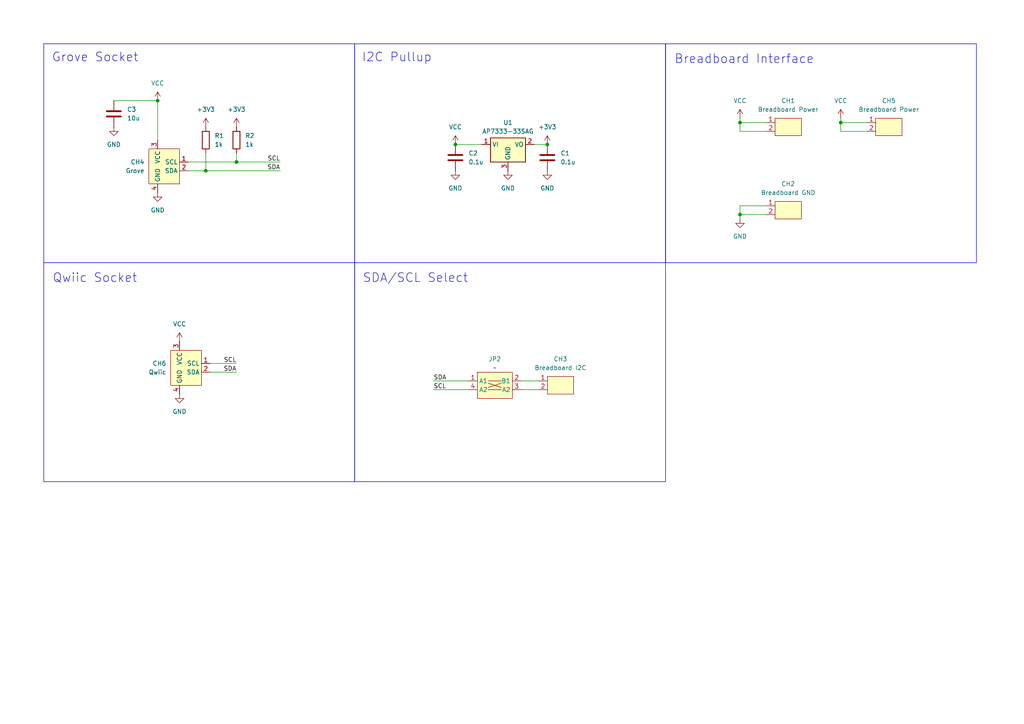
<source format=kicad_sch>
(kicad_sch (version 20231120) (generator "eeschema") (generator_version "8.0")
  (paper "A4")
  (title_block (title "Grove Qwiic Breadboard Bridge") (rev "v1.0.1") (company "Atsushi Morimoto (@74th)"))
  (lib_symbols
    (symbol "74th_Interface:I2C_Grove_Host-Side"
      (property "Reference" "CH" (at -6.35 0 0))
      (property "Value" "Grove" (at -6.35 -2.54 0))
      (symbol "I2C_Grove_Host-Side_0_1"
        (rectangle (start -5.08 3.81) (end 3.81 -6.35) (stroke (width 0.1524)) (fill (type background)))
      )
      (symbol "I2C_Grove_Host-Side_1_1"
        (pin input line (at 6.35 0 180) (length 2.54) (name "SCL") (number "1"))
        (pin bidirectional line (at 6.35 -2.54 180) (length 2.54) (name "SDA") (number "2"))
        (pin power_in line (at -2.54 6.35 270) (length 2.54) (name "VCC") (number "3"))
        (pin power_in line (at -2.54 -8.89 90) (length 2.54) (name "GND") (number "4"))
      )
    )
    (symbol "74th_Interface:Pin_2"
      (property "Reference" "CH" (at 0 2.54 0))
      (property "Value" "Pin_2" (at 0 5.08 0))
      (symbol "Pin_2_0_1"
        (rectangle (start -3.81 1.27) (end 3.81 -3.81) (stroke (width 0.1524)) (fill (type background)))
      )
      (symbol "Pin_2_1_1"
        (pin bidirectional line (at 6.35 0 180) (length 2.54) (name "") (number "1"))
        (pin bidirectional line (at 6.35 -2.54 180) (length 2.54) (name "") (number "2"))
      )
    )
    (symbol "74th_Interface:Pin_4-PokaYoke"
      (property "Reference" "JP" (at 0 5.715 0))
      (symbol "Pin_4-PokaYoke_0_1"
        (polyline (pts (xy -1.905 -1.27) (xy 1.905 -1.27)))
        (polyline (pts (xy -1.905 -0.635) (xy 1.905 0.635)))
        (polyline (pts (xy -1.905 0.635) (xy 1.905 -0.635)))
        (polyline (pts (xy -1.905 1.27) (xy 1.905 1.27)))
      )
      (symbol "Pin_4-PokaYoke_1_1"
        (rectangle (start -5.08 3.81) (end 5.08 -3.81) (fill (type background)))
        (pin bidirectional line (at -7.62 1.27 0) (length 2.54) (name "A1") (number "1"))
        (pin bidirectional line (at 7.62 1.27 180) (length 2.54) (name "B1") (number "2"))
        (pin bidirectional line (at 7.62 -1.27 180) (length 2.54) (name "A2") (number "3"))
        (pin bidirectional line (at -7.62 -1.27 0) (length 2.54) (name "A2") (number "4"))
      )
    )
    (symbol "74th_Interface:Qwiic_Host-Side"
      (property "Reference" "CH" (at -6.35 0 0))
      (property "Value" "Qwiic" (at -6.35 -2.54 0))
      (symbol "Qwiic_Host-Side_0_1"
        (rectangle (start -5.08 3.81) (end 3.81 -6.35) (stroke (width 0.1524)) (fill (type background)))
      )
      (symbol "Qwiic_Host-Side_1_1"
        (pin input line (at 6.35 0 180) (length 2.54) (name "SCL") (number "1"))
        (pin bidirectional line (at 6.35 -2.54 180) (length 2.54) (name "SDA") (number "2"))
        (pin power_in line (at -2.54 6.35 270) (length 2.54) (name "VCC") (number "3"))
        (pin power_in line (at -2.54 -8.89 90) (length 2.54) (name "GND") (number "4"))
      )
    )
    (symbol "74th_Passive:AP7333-LDO_Regulator_SOT23"
      (property "Reference" "U" (at 0 6.35 0))
      (property "Value" "AP7333-33SAG" (at 0 3.81 0))
      (symbol "AP7333-LDO_Regulator_SOT23_0_1"
        (rectangle (start -5.08 1.905) (end 5.08 -5.08) (stroke (width 0.254)) (fill (type background)))
      )
      (symbol "AP7333-LDO_Regulator_SOT23_1_1"
        (pin power_in line (at -7.62 0 0) (length 2.54) (name "VI") (number "1"))
        (pin power_out line (at 7.62 0 180) (length 2.54) (name "VO") (number "2"))
        (pin power_in line (at 0 -7.62 90) (length 2.54) (name "GND") (number "3"))
      )
    )
    (symbol "Device:C" (pin_numbers hide) (pin_names (offset 0.254))
      (property "Reference" "C" (at 0.635 2.54 0))
      (property "Value" "C" (at 0.635 -2.54 0))
      (symbol "C_0_1"
        (polyline (pts (xy -2.032 -0.762) (xy 2.032 -0.762)) (stroke (width 0.508)))
        (polyline (pts (xy -2.032 0.762) (xy 2.032 0.762)) (stroke (width 0.508)))
      )
      (symbol "C_1_1"
        (pin passive line (at 0 3.81 270) (length 2.794) (name "~") (number "1"))
        (pin passive line (at 0 -3.81 90) (length 2.794) (name "~") (number "2"))
      )
    )
    (symbol "Device:R" (pin_numbers hide) (pin_names (offset 0))
      (property "Reference" "R" (at 2.032 0 90))
      (property "Value" "R" (at 0 0 90))
      (symbol "R_0_1"
        (rectangle (start -1.016 -2.54) (end 1.016 2.54) (stroke (width 0.254)))
      )
      (symbol "R_1_1"
        (pin passive line (at 0 3.81 270) (length 1.27) (name "~") (number "1"))
        (pin passive line (at 0 -3.81 90) (length 1.27) (name "~") (number "2"))
      )
    )
    (symbol "Pin_2_1"
      (property "Reference" "CH1" (at 0 6.35 0))
      (property "Value" "Breadboard Power" (at 0 3.81 0))
      (symbol "Pin_2_1_0_1"
        (rectangle (start -3.81 1.27) (end 3.81 -3.81) (stroke (width 0.1524)) (fill (type background)))
      )
      (symbol "Pin_2_1_1_1"
        (pin power_out line (at 6.35 0 180) (length 2.54) (name "") (number "1"))
        (pin passive line (at 6.35 -2.54 180) (length 2.54) (name "") (number "2"))
      )
    )
    (symbol "Pin_2_2"
      (property "Reference" "CH5" (at 0 6.35 0))
      (property "Value" "Breadboard Power" (at 0 3.81 0))
      (symbol "Pin_2_2_0_1"
        (rectangle (start -3.81 1.27) (end 3.81 -3.81) (stroke (width 0.1524)) (fill (type background)))
      )
      (symbol "Pin_2_2_1_1"
        (pin passive line (at 6.35 0 180) (length 2.54) (name "") (number "1"))
        (pin passive line (at 6.35 -2.54 180) (length 2.54) (name "") (number "2"))
      )
    )
    (symbol "Pin_2_3"
      (property "Reference" "CH2" (at 0 6.35 0))
      (property "Value" "Breadboard GND" (at 0 3.81 0))
      (symbol "Pin_2_3_0_1"
        (rectangle (start -3.81 1.27) (end 3.81 -3.81) (stroke (width 0.1524)) (fill (type background)))
      )
      (symbol "Pin_2_3_1_1"
        (pin power_out line (at 6.35 0 180) (length 2.54) (name "") (number "1"))
        (pin passive line (at 6.35 -2.54 180) (length 2.54) (name "") (number "2"))
      )
    )
    (symbol "power:+3V3" (power) (pin_numbers hide) (pin_names (offset 0) hide)
      (property "Value" "+3V3" (at 0 3.556 0))
      (symbol "+3V3_0_1"
        (polyline (pts (xy -0.762 1.27) (xy 0 2.54)))
        (polyline (pts (xy 0 0) (xy 0 2.54)))
        (polyline (pts (xy 0 2.54) (xy 0.762 1.27)))
      )
      (symbol "+3V3_1_1"
        (pin power_in line (at 0 0 90) (length 0) (name "~") (number "1"))
      )
    )
    (symbol "power:GND" (power) (pin_numbers hide) (pin_names (offset 0) hide)
      (property "Value" "GND" (at 0 -3.81 0))
      (symbol "GND_0_1"
        (polyline (pts (xy 0 0) (xy 0 -1.27) (xy 1.27 -1.27) (xy 0 -2.54) (xy -1.27 -1.27) (xy 0 -1.27)))
      )
      (symbol "GND_1_1"
        (pin power_in line (at 0 0 270) (length 0) (name "~") (number "1"))
      )
    )
    (symbol "power:VCC" (power) (pin_numbers hide) (pin_names (offset 0) hide)
      (property "Value" "VCC" (at 0 3.556 0))
      (symbol "VCC_0_1"
        (polyline (pts (xy -0.762 1.27) (xy 0 2.54)))
        (polyline (pts (xy 0 0) (xy 0 2.54)))
        (polyline (pts (xy 0 2.54) (xy 0.762 1.27)))
      )
      (symbol "VCC_1_1"
        (pin power_in line (at 0 0 90) (length 0) (name "~") (number "1"))
      )
    )
  )
  (junction (at 68.58 46.99))
  (junction (at 45.72 29.21))
  (junction (at 132.08 41.91))
  (junction (at 59.69 49.53))
  (junction (at 214.63 35.56))
  (junction (at 158.75 41.91))
  (junction (at 214.63 62.23))
  (junction (at 243.84 35.56))
  (wire (pts (xy 54.61 46.99) (xy 68.58 46.99)))
  (wire (pts (xy 154.94 41.91) (xy 158.75 41.91)))
  (wire (pts (xy 125.73 110.49) (xy 135.89 110.49)))
  (wire (pts (xy 59.69 49.53) (xy 81.28 49.53)))
  (wire (pts (xy 243.84 38.1) (xy 243.84 35.56)))
  (wire (pts (xy 60.96 105.41) (xy 68.58 105.41)))
  (wire (pts (xy 60.96 107.95) (xy 68.58 107.95)))
  (wire (pts (xy 251.46 35.56) (xy 243.84 35.56)))
  (wire (pts (xy 214.63 62.23) (xy 214.63 63.5)))
  (wire (pts (xy 243.84 35.56) (xy 243.84 34.29)))
  (wire (pts (xy 222.25 38.1) (xy 214.63 38.1)))
  (wire (pts (xy 214.63 38.1) (xy 214.63 35.56)))
  (wire (pts (xy 59.69 44.45) (xy 59.69 49.53)))
  (wire (pts (xy 132.08 41.91) (xy 139.7 41.91)))
  (wire (pts (xy 222.25 59.69) (xy 214.63 59.69)))
  (wire (pts (xy 251.46 38.1) (xy 243.84 38.1)))
  (wire (pts (xy 45.72 29.21) (xy 45.72 40.64)))
  (wire (pts (xy 214.63 35.56) (xy 214.63 34.29)))
  (wire (pts (xy 68.58 46.99) (xy 81.28 46.99)))
  (wire (pts (xy 222.25 35.56) (xy 214.63 35.56)))
  (wire (pts (xy 68.58 44.45) (xy 68.58 46.99)))
  (wire (pts (xy 222.25 62.23) (xy 214.63 62.23)))
  (wire (pts (xy 54.61 49.53) (xy 59.69 49.53)))
  (wire (pts (xy 151.13 113.03) (xy 156.21 113.03)))
  (wire (pts (xy 125.73 113.03) (xy 135.89 113.03)))
  (wire (pts (xy 45.72 29.21) (xy 33.02 29.21)))
  (wire (pts (xy 214.63 59.69) (xy 214.63 62.23)))
  (wire (pts (xy 151.13 110.49) (xy 156.21 110.49)))
  (rectangle (start 102.87 76.2) (end 193.04 139.7))
  (rectangle (start 102.87 12.7) (end 193.04 76.2))
  (rectangle (start 193.04 12.7) (end 283.21 76.2))
  (rectangle (start 12.7 76.2) (end 102.87 139.7))
  (rectangle (start 12.7 12.7) (end 102.87 76.2))
  (text "SDA/SCL Select" (at 105.156 79.248 0) (effects (font (size 2.54 2.54)) (justify left top)))
  (text "I2C Pullup" (at 104.902 15.24 0) (effects (font (size 2.54 2.54)) (justify left top)))
  (text "Grove Socket" (at 14.986 15.24 0) (effects (font (size 2.54 2.54)) (justify left top)))
  (text "Breadboard Interface" (at 195.58 15.748 0) (effects (font (size 2.54 2.54)) (justify left top)))
  (text "Qwiic Socket" (at 15.24 79.248 0) (effects (font (size 2.54 2.54)) (justify left top)))
  (label "SDA" (at 125.73 110.49 0))
  (label "SDA" (at 81.28 49.53 180))
  (label "SDA" (at 68.58 107.95 180))
  (label "SCL" (at 125.73 113.03 0))
  (label "SCL" (at 68.58 105.41 180))
  (label "SCL" (at 81.28 46.99 180))
  (symbol (lib_id "74th_Interface:Pin_2") (at 162.56 110.49 0) (mirror y) (unit 1)
    (property "Reference" "CH3" (at 162.56 104.14 0))
    (property "Value" "Breadboard I2C" (at 162.56 106.68 0))
    (property "Footprint" "74th:PinOut_Pin_2" (effects (hide yes)))
  )
  (symbol (lib_id "power:GND") (at 45.72 55.88 0) (unit 1)
    (property "Reference" "#PWR07" (effects (hide yes)))
    (property "Value" "GND" (at 45.72 60.96 0))
    (property "Description" "Power symbol creates a global label with name \"GND\" , ground" (effects (hide yes)))
  )
  (symbol (lib_id "power:GND") (at 214.63 63.5 0) (unit 1)
    (property "Reference" "#PWR08" (effects (hide yes)))
    (property "Value" "GND" (at 214.63 68.58 0))
    (property "Description" "Power symbol creates a global label with name \"GND\" , ground" (effects (hide yes)))
  )
  (symbol (lib_id "power:VCC") (at 214.63 34.29 0) (unit 1)
    (property "Reference" "#PWR09" (effects (hide yes)))
    (property "Value" "VCC" (at 214.63 29.21 0))
    (property "Description" "Power symbol creates a global label with name \"VCC\"" (effects (hide yes)))
  )
  (symbol (lib_id "power:GND") (at 158.75 49.53 0) (unit 1)
    (property "Reference" "#PWR04" (effects (hide yes)))
    (property "Value" "GND" (at 158.75 54.61 0))
    (property "Description" "Power symbol creates a global label with name \"GND\" , ground" (effects (hide yes)))
  )
  (symbol (lib_id "Device:C") (at 33.02 33.02 0) (unit 1)
    (property "Reference" "C3" (at 36.83 31.7499 0) (effects (justify left)))
    (property "Value" "10u" (at 36.83 34.2899 0) (effects (justify left)))
    (property "Footprint" "74th:Capacitor_0603_1608" (effects (hide yes)))
    (property "Description" "Unpolarized capacitor" (effects (hide yes)))
  )
  (symbol (lib_id "Device:R") (at 59.69 40.64 0) (unit 1)
    (property "Reference" "R1" (at 62.23 39.3699 0) (effects (justify left)))
    (property "Value" "1k" (at 62.23 41.9099 0) (effects (justify left)))
    (property "Footprint" "74th:Register_0603_1608" (effects (hide yes)))
    (property "Description" "Resistor" (effects (hide yes)))
  )
  (symbol (lib_name "Pin_2_3") (lib_id "74th_Interface:Pin_2") (at 228.6 59.69 0) (mirror y) (unit 1)
    (property "Reference" "CH2" (at 228.6 53.34 0))
    (property "Value" "Breadboard GND" (at 228.6 55.88 0))
    (property "Footprint" "74th:PinOut_Pin_2" (effects (hide yes)))
  )
  (symbol (lib_id "power:VCC") (at 52.07 99.06 0) (unit 1)
    (property "Reference" "#PWR014" (effects (hide yes)))
    (property "Value" "VCC" (at 52.07 93.98 0))
    (property "Description" "Power symbol creates a global label with name \"VCC\"" (effects (hide yes)))
  )
  (symbol (lib_id "power:VCC") (at 132.08 41.91 0) (unit 1)
    (property "Reference" "#PWR010" (effects (hide yes)))
    (property "Value" "VCC" (at 132.08 36.83 0))
    (property "Description" "Power symbol creates a global label with name \"VCC\"" (effects (hide yes)))
  )
  (symbol (lib_id "Device:C") (at 132.08 45.72 0) (unit 1)
    (property "Reference" "C2" (at 135.89 44.4499 0) (effects (justify left)))
    (property "Value" "0.1u" (at 135.89 46.9899 0) (effects (justify left)))
    (property "Footprint" "74th:Capacitor_0603_1608" (effects (hide yes)))
    (property "Description" "Unpolarized capacitor" (effects (hide yes)))
  )
  (symbol (lib_id "Device:R") (at 68.58 40.64 0) (unit 1)
    (property "Reference" "R2" (at 71.12 39.3699 0) (effects (justify left)))
    (property "Value" "1k" (at 71.12 41.9099 0) (effects (justify left)))
    (property "Footprint" "74th:Register_0603_1608" (effects (hide yes)))
    (property "Description" "Resistor" (effects (hide yes)))
  )
  (symbol (lib_id "power:+3V3") (at 59.69 36.83 0) (unit 1)
    (property "Reference" "#PWR03" (effects (hide yes)))
    (property "Value" "+3V3" (at 59.69 31.75 0))
    (property "Description" "Power symbol creates a global label with name \"+3V3\"" (effects (hide yes)))
  )
  (symbol (lib_name "Pin_2_2") (lib_id "74th_Interface:Pin_2") (at 257.81 35.56 0) (mirror y) (unit 1)
    (property "Reference" "CH5" (at 257.81 29.21 0))
    (property "Value" "Breadboard Power" (at 257.81 31.75 0))
    (property "Footprint" "74th:PinOut_Pin_2" (effects (hide yes)))
  )
  (symbol (lib_id "power:GND") (at 52.07 114.3 0) (unit 1)
    (property "Reference" "#PWR015" (effects (hide yes)))
    (property "Value" "GND" (at 52.07 119.38 0))
    (property "Description" "Power symbol creates a global label with name \"GND\" , ground" (effects (hide yes)))
  )
  (symbol (lib_id "power:+3V3") (at 68.58 36.83 0) (unit 1)
    (property "Reference" "#PWR012" (effects (hide yes)))
    (property "Value" "+3V3" (at 68.58 31.75 0))
    (property "Description" "Power symbol creates a global label with name \"+3V3\"" (effects (hide yes)))
  )
  (symbol (lib_name "Pin_2_1") (lib_id "74th_Interface:Pin_2") (at 228.6 35.56 0) (mirror y) (unit 1)
    (property "Reference" "CH1" (at 228.6 29.21 0))
    (property "Value" "Breadboard Power" (at 228.6 31.75 0))
    (property "Footprint" "74th:PinOut_Pin_2" (effects (hide yes)))
  )
  (symbol (lib_id "74th_Passive:AP7333-LDO_Regulator_SOT23") (at 147.32 41.91 0) (unit 1)
    (property "Reference" "U1" (at 147.32 35.56 0))
    (property "Value" "AP7333-33SAG" (at 147.32 38.1 0))
    (property "Footprint" "74th:Package_SOT-23" (effects (hide yes)))
    (property "Datasheet" "https://www.diodes.com/assets/Datasheets/AP7333.pdf" (effects (hide yes)))
  )
  (symbol (lib_id "74th_Interface:I2C_Grove_Host-Side") (at 48.26 46.99 0) (unit 1)
    (property "Reference" "CH4" (at 41.91 46.9899 0) (effects (justify right)))
    (property "Value" "Grove" (at 41.91 49.5299 0) (effects (justify right)))
    (property "Footprint" "74th:Connector_HY-2.0_SMD_4Pin" (effects (hide yes)))
  )
  (symbol (lib_id "power:VCC") (at 243.84 34.29 0) (unit 1)
    (property "Reference" "#PWR013" (effects (hide yes)))
    (property "Value" "VCC" (at 243.84 29.21 0))
    (property "Description" "Power symbol creates a global label with name \"VCC\"" (effects (hide yes)))
  )
  (symbol (lib_id "74th_Interface:Pin_4-PokaYoke") (at 143.51 111.76 0) (unit 1)
    (property "Reference" "JP2" (at 143.51 104.14 0))
    (property "Value" "~" (at 143.51 106.68 0))
    (property "Footprint" "74th:PinOut_PokaYoke" (effects (hide yes)))
  )
  (symbol (lib_id "power:VCC") (at 45.72 29.21 0) (unit 1)
    (property "Reference" "#PWR01" (effects (hide yes)))
    (property "Value" "VCC" (at 45.72 24.13 0))
    (property "Description" "Power symbol creates a global label with name \"VCC\"" (effects (hide yes)))
  )
  (symbol (lib_id "74th_Interface:Qwiic_Host-Side") (at 54.61 105.41 0) (unit 1)
    (property "Reference" "CH6" (at 48.26 105.4099 0) (effects (justify right)))
    (property "Value" "Qwiic" (at 48.26 107.9499 0) (effects (justify right)))
    (property "Footprint" "74th:Connector_SH-1.0_SMD_4Pin" (effects (hide yes)))
  )
  (symbol (lib_id "Device:C") (at 158.75 45.72 0) (unit 1)
    (property "Reference" "C1" (at 162.56 44.4499 0) (effects (justify left)))
    (property "Value" "0.1u" (at 162.56 46.9899 0) (effects (justify left)))
    (property "Footprint" "74th:Capacitor_0603_1608" (effects (hide yes)))
    (property "Description" "Unpolarized capacitor" (effects (hide yes)))
  )
  (symbol (lib_id "power:GND") (at 132.08 49.53 0) (unit 1)
    (property "Reference" "#PWR05" (effects (hide yes)))
    (property "Value" "GND" (at 132.08 54.61 0))
    (property "Description" "Power symbol creates a global label with name \"GND\" , ground" (effects (hide yes)))
  )
  (symbol (lib_id "power:+3V3") (at 158.75 41.91 0) (unit 1)
    (property "Reference" "#PWR02" (effects (hide yes)))
    (property "Value" "+3V3" (at 158.75 36.83 0))
    (property "Description" "Power symbol creates a global label with name \"+3V3\"" (effects (hide yes)))
  )
  (symbol (lib_id "power:GND") (at 33.02 36.83 0) (unit 1)
    (property "Reference" "#PWR011" (effects (hide yes)))
    (property "Value" "GND" (at 33.02 41.91 0))
    (property "Description" "Power symbol creates a global label with name \"GND\" , ground" (effects (hide yes)))
  )
  (symbol (lib_id "power:GND") (at 147.32 49.53 0) (unit 1)
    (property "Reference" "#PWR06" (effects (hide yes)))
    (property "Value" "GND" (at 147.32 54.61 0))
    (property "Description" "Power symbol creates a global label with name \"GND\" , ground" (effects (hide yes)))
  )
)
</source>
